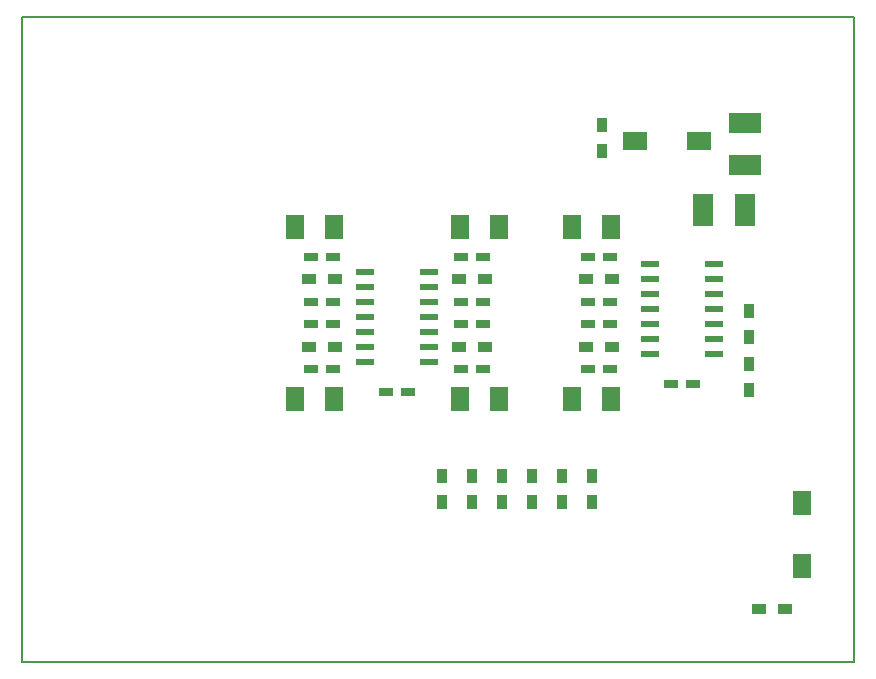
<source format=gbr>
G04 #@! TF.FileFunction,Paste,Top*
%FSLAX46Y46*%
G04 Gerber Fmt 4.6, Leading zero omitted, Abs format (unit mm)*
G04 Created by KiCad (PCBNEW 4.0.2+dfsg1-stable) date Wed 19 Oct 2016 21:54:12 CEST*
%MOMM*%
G01*
G04 APERTURE LIST*
%ADD10C,0.100000*%
%ADD11C,0.150000*%
%ADD12R,1.200000X0.750000*%
%ADD13R,1.524000X2.032000*%
%ADD14R,0.900000X1.200000*%
%ADD15R,1.200000X0.900000*%
%ADD16R,2.000000X1.600000*%
%ADD17R,1.600000X2.000000*%
%ADD18R,1.500000X0.600000*%
%ADD19R,1.778000X2.794000*%
%ADD20R,2.794000X1.778000*%
G04 APERTURE END LIST*
D10*
D11*
X70485000Y0D02*
X0Y0D01*
X70485000Y54610000D02*
X70485000Y0D01*
X0Y54610000D02*
X70485000Y54610000D01*
X0Y0D02*
X0Y54610000D01*
D12*
X37150000Y28575000D03*
X39050000Y28575000D03*
X37150000Y30480000D03*
X39050000Y30480000D03*
X37150000Y24765000D03*
X39050000Y24765000D03*
X37150000Y34290000D03*
X39050000Y34290000D03*
X32700000Y22860000D03*
X30800000Y22860000D03*
D13*
X37084000Y22225000D03*
X40386000Y22225000D03*
X37084000Y36830000D03*
X40386000Y36830000D03*
D12*
X26350000Y30480000D03*
X24450000Y30480000D03*
X26350000Y28575000D03*
X24450000Y28575000D03*
X26350000Y34290000D03*
X24450000Y34290000D03*
X26350000Y24765000D03*
X24450000Y24765000D03*
D13*
X26416000Y36830000D03*
X23114000Y36830000D03*
X26416000Y22225000D03*
X23114000Y22225000D03*
D12*
X47945000Y30480000D03*
X49845000Y30480000D03*
X49845000Y28575000D03*
X47945000Y28575000D03*
X49845000Y34290000D03*
X47945000Y34290000D03*
X49845000Y24765000D03*
X47945000Y24765000D03*
D13*
X49911000Y36830000D03*
X46609000Y36830000D03*
X49911000Y22225000D03*
X46609000Y22225000D03*
D14*
X49149000Y45423000D03*
X49149000Y43223000D03*
X61595000Y23030000D03*
X61595000Y25230000D03*
X61595000Y27475000D03*
X61595000Y29675000D03*
X40640000Y15705000D03*
X40640000Y13505000D03*
X43180000Y15705000D03*
X43180000Y13505000D03*
D15*
X37000000Y26670000D03*
X39200000Y26670000D03*
X37000000Y32385000D03*
X39200000Y32385000D03*
D14*
X38100000Y15705000D03*
X38100000Y13505000D03*
X35560000Y15705000D03*
X35560000Y13505000D03*
D15*
X26500000Y32385000D03*
X24300000Y32385000D03*
X26500000Y26670000D03*
X24300000Y26670000D03*
X64600000Y4445000D03*
X62400000Y4445000D03*
D14*
X45720000Y15705000D03*
X45720000Y13505000D03*
X48260000Y15705000D03*
X48260000Y13505000D03*
D15*
X49995000Y32385000D03*
X47795000Y32385000D03*
X49995000Y26670000D03*
X47795000Y26670000D03*
D16*
X51910000Y44069000D03*
X57310000Y44069000D03*
D17*
X66040000Y8095000D03*
X66040000Y13495000D03*
D18*
X34450000Y25400000D03*
X34450000Y26670000D03*
X34450000Y27940000D03*
X34450000Y29210000D03*
X34450000Y30480000D03*
X34450000Y31750000D03*
X34450000Y33020000D03*
X29050000Y33020000D03*
X29050000Y31750000D03*
X29050000Y30480000D03*
X29050000Y29210000D03*
X29050000Y27940000D03*
X29050000Y26670000D03*
X29050000Y25400000D03*
X53180000Y33655000D03*
X53180000Y32385000D03*
X53180000Y31115000D03*
X53180000Y29845000D03*
X53180000Y28575000D03*
X53180000Y27305000D03*
X53180000Y26035000D03*
X58580000Y26035000D03*
X58580000Y27305000D03*
X58580000Y28575000D03*
X58580000Y29845000D03*
X58580000Y31115000D03*
X58580000Y32385000D03*
X58580000Y33655000D03*
D12*
X54930000Y23495000D03*
X56830000Y23495000D03*
D19*
X61214000Y38227000D03*
X57658000Y38227000D03*
D20*
X61214000Y45593000D03*
X61214000Y42037000D03*
M02*

</source>
